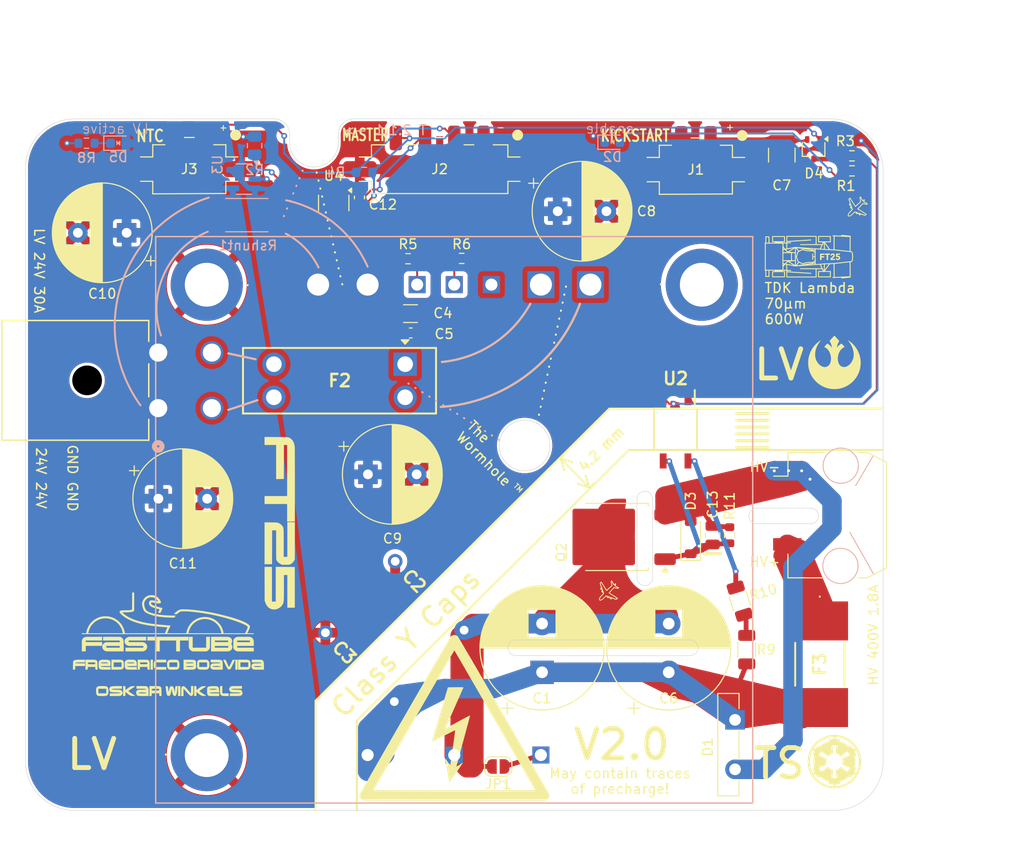
<source format=kicad_pcb>
(kicad_pcb
	(version 20241229)
	(generator "pcbnew")
	(generator_version "9.0")
	(general
		(thickness 1.67)
		(legacy_teardrops no)
	)
	(paper "A4")
	(layers
		(0 "F.Cu" mixed)
		(2 "B.Cu" mixed)
		(9 "F.Adhes" user "F.Adhesive")
		(11 "B.Adhes" user "B.Adhesive")
		(13 "F.Paste" user)
		(15 "B.Paste" user)
		(5 "F.SilkS" user "F.Silkscreen")
		(7 "B.SilkS" user "B.Silkscreen")
		(1 "F.Mask" user)
		(3 "B.Mask" user)
		(17 "Dwgs.User" user "User.Drawings")
		(19 "Cmts.User" user "User.Comments")
		(21 "Eco1.User" user "User.Eco1")
		(23 "Eco2.User" user "User.Eco2")
		(25 "Edge.Cuts" user)
		(27 "Margin" user)
		(31 "F.CrtYd" user "F.Courtyard")
		(29 "B.CrtYd" user "B.Courtyard")
		(35 "F.Fab" user)
		(33 "B.Fab" user)
		(39 "User.1" user)
		(41 "User.2" user)
		(43 "User.3" user)
		(45 "User.4" user)
		(47 "User.5" user)
		(49 "User.6" user)
		(51 "User.7" user)
		(53 "User.8" user)
		(55 "User.9" user)
	)
	(setup
		(stackup
			(layer "F.SilkS"
				(type "Top Silk Screen")
			)
			(layer "F.Paste"
				(type "Top Solder Paste")
			)
			(layer "F.Mask"
				(type "Top Solder Mask")
				(thickness 0.01)
			)
			(layer "F.Cu"
				(type "copper")
				(thickness 0.07)
			)
			(layer "dielectric 1"
				(type "core")
				(thickness 1.51)
				(material "FR4")
				(epsilon_r 4.5)
				(loss_tangent 0.02)
			)
			(layer "B.Cu"
				(type "copper")
				(thickness 0.07)
			)
			(layer "B.Mask"
				(type "Bottom Solder Mask")
				(thickness 0.01)
			)
			(layer "B.Paste"
				(type "Bottom Solder Paste")
			)
			(layer "B.SilkS"
				(type "Bottom Silk Screen")
			)
			(copper_finish "None")
			(dielectric_constraints no)
		)
		(pad_to_mask_clearance 0)
		(allow_soldermask_bridges_in_footprints no)
		(tenting front back)
		(pcbplotparams
			(layerselection 0x00000000_00000000_55555555_5755f5ff)
			(plot_on_all_layers_selection 0x00000000_00000000_00000000_00000000)
			(disableapertmacros no)
			(usegerberextensions no)
			(usegerberattributes yes)
			(usegerberadvancedattributes yes)
			(creategerberjobfile no)
			(dashed_line_dash_ratio 12.000000)
			(dashed_line_gap_ratio 3.000000)
			(svgprecision 4)
			(plotframeref no)
			(mode 1)
			(useauxorigin yes)
			(hpglpennumber 1)
			(hpglpenspeed 20)
			(hpglpendiameter 15.000000)
			(pdf_front_fp_property_popups yes)
			(pdf_back_fp_property_popups yes)
			(pdf_metadata yes)
			(pdf_single_document no)
			(dxfpolygonmode yes)
			(dxfimperialunits yes)
			(dxfusepcbnewfont yes)
			(psnegative no)
			(psa4output no)
			(plot_black_and_white yes)
			(plotinvisibletext no)
			(sketchpadsonfab no)
			(plotpadnumbers no)
			(hidednponfab no)
			(sketchdnponfab yes)
			(crossoutdnponfab yes)
			(subtractmaskfromsilk yes)
			(outputformat 1)
			(mirror no)
			(drillshape 0)
			(scaleselection 1)
			(outputdirectory "gerber/")
		)
	)
	(net 0 "")
	(net 1 "/-VIN")
	(net 2 "GND")
	(net 3 "Net-(D4-Pad3)")
	(net 4 "/+VIN")
	(net 5 "+3V3")
	(net 6 "/LV+")
	(net 7 "/3V_buttoncell")
	(net 8 "/TEMP_TSDCDC")
	(net 9 "/HV-in")
	(net 10 "/LV_I_measure")
	(net 11 "/I_meas_weak")
	(net 12 "Net-(U1-+S)")
	(net 13 "Net-(D2-A)")
	(net 14 "Net-(D5-K)")
	(net 15 "/Vout+")
	(net 16 "Net-(R3-Pad2)")
	(net 17 "Net-(U1-TRM)")
	(net 18 "/HV+in")
	(net 19 "/Enable_G")
	(net 20 "/Enable_Opto")
	(net 21 "Net-(JP1-A)")
	(net 22 "Net-(R10-Pad1)")
	(net 23 "/Vout-")
	(footprint "Capacitor_SMD:C_1210_3225Metric" (layer "F.Cu") (at 177.6 64.721001 -90))
	(footprint "Resistor_SMD:R_0603_1608Metric" (layer "F.Cu") (at 184.8 64.8))
	(footprint "footprints:airplane" (layer "F.Cu") (at 159.72 109.58 135))
	(footprint "Capacitor_SMD:C_0805_2012Metric" (layer "F.Cu") (at 170.5 103.75 90))
	(footprint "footprints:VY1471M29Y5UC63V0" (layer "F.Cu") (at 130.766058 113.762876 -45))
	(footprint "footprints:rebellion" (layer "F.Cu") (at 183 86))
	(footprint "FaSTTUBe_connectors:Micro_Mate-N-Lok_2p_vertical" (layer "F.Cu") (at 168.783 66.21))
	(footprint "Capacitor_THT:CP_Radial_D12.5mm_P5.00mm" (layer "F.Cu") (at 153 117.823959 90))
	(footprint "Capacitor_THT:CP_Radial_D10.0mm_P5.00mm" (layer "F.Cu") (at 110.367678 72.7 180))
	(footprint "footprints:9775031360R" (layer "F.Cu") (at 118.59 78.03 180))
	(footprint "Package_TO_SOT_SMD:TO-252-2" (layer "F.Cu") (at 160.585 103.9275 180))
	(footprint "LOGO"
		(layer "F.Cu")
		(uuid "36ea3436-548e-4414-bac1-a7348850c228")
		(at 180.33 75.14)
		(property "Reference" "G***"
			(at 0 0 0)
			(layer "F.SilkS")
			(hide yes)
			(uuid "f973503b-fa37-47d9-b20f-d30676bb0e6c")
			(effects
				(font
					(size 1.5 1.5)
					(thickness 0.3)
				)
			)
		)
		(property "Value" "LOGO"
			(at 0.75 0 0)
			(layer "F.SilkS")
			(hide yes)
			(uuid "6387be7f-2b16-465c-8f89-140f5aa812b4")
			(effects
				(font
					(size 1.5 1.5)
					(thickness 0.3)
				)
			)
		)
		(property "Datasheet" ""
			(at 0 0 0)
			(layer "F.Fab")
			(hide yes)
			(uuid "41393a24-4ba8-4af2-84c5-5556a5cd9241")
			(effects
				(font
					(size 1.27 1.27)
					(thickness 0.15)
				)
			)
		)
		(property "Description" ""
			(at 0 0 0)
			(layer "F.Fab")
			(hide yes)
			(uuid "47d9374d-4d87-4be0-875b-3451ee135b5f")
			(effects
				(font
					(size 1.27 1.27)
					(thickness 0.15)
				)
			)
		)
		(attr board_only exclude_from_pos_files exclude_from_bom)
		(fp_poly
			(pts
				(xy 2.210106 -0.240934) (xy 2.210106 -0.176067) (xy 2.115122 -0.176067) (xy 2.020138 -0.176067)
				(xy 2.020138 0.088034) (xy 2.020138 0.352134) (xy 1.948322 0.352134) (xy 1.876505 0.352134) (xy 1.876505 0.088034)
				(xy 1.876505 -0.176067) (xy 1.781521 -0.176067) (xy 1.686538 -0.176067) (xy 1.686538 -0.240935)
				(xy 1.686537 -0.305801) (xy 1.948322 -0.305801) (xy 2.210106 -0.305801)
			)
			(stroke
				(width 0)
				(type solid)
			)
			(fill yes)
			(layer "F.SilkS")
			(uuid "7df8e5e8-4ee8-444f-be4a-2fc6df64b466")
		)
		(fp_poly
			(pts
				(xy 1.644837 -0.238617) (xy 1.644837 -0.171435) (xy 1.49657 -0.171434) (xy 1.348303 -0.171434) (xy 1.348303 -0.10425)
				(xy 1.348303 -0.037067) (xy 1.484987 -0.037067) (xy 1.621671 -0.037067) (xy 1.621671 0.030116) (xy 1.621671 0.0973)
				(xy 1.484987 0.0973) (xy 1.348303 0.0973) (xy 1.348303 0.224717) (xy 1.348303 0.352134) (xy 1.27417 0.352134)
				(xy 1.200036 0.352134) (xy 1.200036 0.023167) (xy 1.200037 -0.305801) (xy 1.422437 -0.305801) (xy 1.644836 -0.305801)
			)
			(stroke
				(width 0)
				(type solid)
			)
			(fill yes)
			(layer "F.SilkS")
			(uuid "79488fa3-17fb-4e16-b5f3-2b64540a352f")
		)
		(fp_poly
			(pts
				(xy 2.532179 -0.312678) (xy 2.576155 -0.304473) (xy 2.614922 -0.2894) (xy 2.648 -0.267744) (xy 2.67491 -0.239793)
				(xy 2.695172 -0.205832) (xy 2.704208 -0.181813) (xy 2.708716 -0.159076) (xy 2.7108 -0.130942) (xy 2.71048 -0.100955)
				(xy 2.707773 -0.072656) (xy 2.703574 -0.052464) (xy 2.698715 -0.037255) (xy 2.692926 -0.02316) (xy 2.685517 -0.009402)
				(xy 2.675798 0.004797) (xy 2.663078 0.020215) (xy 2.646666 0.037632) (xy 2.625872 0.057823) (xy 2.600005 0.081568)
				(xy 2.568374 0.109644) (xy 2.53029 0.142829) (xy 2.529931 0.14314) (xy 2.430439 0.229351) (xy 2.575106 0.230575)
				(xy 2.719774 0.231799) (xy 2.719774 0.291967) (xy 2.719774 0.352134) (xy 2.490308 0.352134) (xy 2.260843 0.352134)
				(xy 2.262116 0.277056) (xy 2.263389 0.201979) (xy 2.356056 0.119177) (xy 2.402943 0.077122) (xy 2.443117 0.04073)
				(xy 2.476929 0.009665) (xy 2.504727 -0.016408) (xy 2.526863 -0.037827) (xy 2.543685 -0.054929) (xy 2.555544 -0.06805)
				(xy 2.562789 -0.077524) (xy 2.565176 -0.081851) (xy 2.5716 -0.10729) (xy 2.569746 -0.130812) (xy 2.56056 -0.15134)
				(xy 2.544994 -0.167801) (xy 2.523994 -0.179121) (xy 2.49851 -0.184225) (xy 2.475724 -0.18314) (xy 2.452963 -0.175273)
				(xy 2.433454 -0.159912) (xy 2.418912 -0.1387) (xy 2.413064 -0.123046) (xy 2.407173 -0.101018) (xy 2.367714 -0.103927)
				(xy 2.344598 -0.10571) (xy 2.320508 -0.107692) (xy 2.30031 -0.109471) (xy 2.298702 -0.109622) (xy 2.269145 -0.112408)
				(xy 2.272093 -0.14061) (xy 2.280459 -0.177948) (xy 2.296913 -0.213524) (xy 2.320278 -0.245457) (xy 2.349375 -0.271863)
				(xy 2.357833 -0.277654) (xy 2.388158 -0.29404) (xy 2.420755 -0.305158) (xy 2.458064 -0.31171) (xy 2.483473 -0.313727)
			)
			(stroke
				(width 0)
				(type solid)
			)
			(fill yes)
			(layer "F.SilkS")
			(uuid "c06ae400-d6b0-4739-b2a0-6d35249e5efc")
		)
		(fp_poly
			(pts
				(xy 3.243342 -0.245567) (xy 3.243342 -0.185334) (xy 3.111291 -0.185334) (xy 2.979241 -0.185333)
				(xy 2.979241 -0.135525) (xy 2.979241 -0.085718) (xy 3.035999 -0.085703) (xy 3.075658 -0.084189)
				(xy 3.108746 -0.079239) (xy 3.137528 -0.070212) (xy 3.16427 -0.05647) (xy 3.181956 -0.044466) (xy 3.203555 -0.026318)
				(xy 3.221029 -0.006004) (xy 3.236416 0.019128) (xy 3.246178 0.039116) (xy 3.254238 0.063529) (xy 3.259574 0.09369)
				(xy 3.261941 0.126422) (xy 3.261098 0.158544) (xy 3.257324 0.184609) (xy 3.244399 0.223685) (xy 3.224208 0.260227)
				(xy 3.198098 0.292412) (xy 3.167418 0.318418) (xy 3.150847 0.328502) (xy 3.111135 0.345164) (xy 3.066727 0.356095)
				(xy 3.020478 0.360938) (xy 2.975243 0.359334) (xy 2.945754 0.354196) (xy 2.903627 0.339619) (xy 2.867264 0.317857)
				(xy 2.836999 0.289211) (xy 2.813163 0.253981) (xy 2.79881 0.220868) (xy 2.79432 0.207035) (xy 2.791744 0.197519)
				(xy 2.791552 0.194601) (xy 2.796444 0.193609) (xy 2.808775 0.190877) (xy 2.826961 0.186759) (xy 2.849416 0.181613)
				(xy 2.863407 0.178384) (xy 2.887539 0.172819) (xy 2.908262 0.168078) (xy 2.924002 0.164518) (xy 2.933186 0.162495)
				(xy 2.934883 0.162167) (xy 2.937199 0.166065) (xy 2.941475 0.175947) (xy 2.943919 0.182163) (xy 2.957618 0.206359)
				(xy 2.976856 0.224378) (xy 2.999977 0.235881) (xy 3.025322 0.240528) (xy 3.051235 0.23798) (xy 3.076057 0.227898)
				(xy 3.095075 0.213134) (xy 3.111612 0.190456) (xy 3.120769 0.164235) (xy 3.12262 0.136431) (xy 3.117245 0.108995)
				(xy 3.10472 0.083886) (xy 3.089275 0.066498) (xy 3.070671 0.05315) (xy 3.049056 0.043822) (xy 3.022749 0.038071)
				(xy 2.990066 0.035457) (xy 2.969974 0.03519) (xy 2.940708 0.035905) (xy 2.915232 0.038169) (xy 2.889963 0.042519)
				(xy 2.861313 0.04949) (xy 2.845988 0.053732) (xy 2.835519 0.056704) (xy 2.838042 -0.086323) (xy 2.838768 -0.123978)
				(xy 2.83959 -0.160526) (xy 2.840463 -0.194417) (xy 2.841344 -0.224098) (xy 2.842188 -0.248021) (xy 2.842954 -0.264633)
				(xy 2.843135 -0.267576) (xy 2.845706 -0.305801) (xy 3.044525 -0.305801) (xy 3.243342 -0.305801)
			)
			(stroke
				(width 0)
				(type solid)
			)
			(fill yes)
			(layer "F.SilkS")
			(uuid "5a963cb9-9510-4127-9f96-127e7c222fca")
		)
		(fp_poly
			(pts
				(xy 3.38727 -2.232811) (xy 3.40086 -2.231479) (xy 3.422092 -2.229358) (xy 3.450178 -2.22653) (xy 3.484329 -2.223073)
				(xy 3.523759 -2.219069) (xy 3.567678 -2.214599) (xy 3.615297 -2.209743) (xy 3.66583 -2.204582) (xy 3.718489 -2.199197)
				(xy 3.772484 -2.193667) (xy 3.827029 -2.188075) (xy 3.881335 -2.182501) (xy 3.934614 -2.177024)
				(xy 3.986077 -2.171727) (xy 4.034939 -2.166689) (xy 4.080407 -2.161992) (xy 4.121698 -2.157716)
				(xy 4.158021 -2.153941) (xy 4.188587 -2.150748) (xy 4.200017 -2.149547) (xy 4.234253 -2.145885)
				(xy 4.265408 -2.142435) (xy 4.292316 -2.139335) (xy 4.31381 -2.136726) (xy 4.328722 -2.134745) (xy 4.335885 -2.133532)
				(xy 4.336334 -2.133359) (xy 4.336533 -2.128574) (xy 4.336655 -2.115023) (xy 4.336705 -2.093209)
				(xy 4.336684 -2.063633) (xy 4.336595 -2.026795) (xy 4.33644 -1.983198) (xy 4.336223 -1.933343) (xy 4.335944 -1.877731)
				(xy 4.335608 -1.816864) (xy 4.335216 -1.751243) (xy 4.33477 -1.681369) (xy 4.334273 -1.607743) (xy 4.333728 -1.530869)
				(xy 4.333136 -1.451244) (xy 4.332871 -1.416624) (xy 4.332241 -1.334602) (xy 4.331634 -1.254271)
				(xy 4.33105 -1.176204) (xy 4.330496 -1.10097) (xy 4.329976 -1.029142) (xy 4.329492 -0.961291) (xy 4.329052 -0.897987)
				(xy 4.328655 -0.839801) (xy 4.328308 -0.787305) (xy 4.328013 -0.741071) (xy 4.327776 -0.701668)
				(xy 4.327599 -0.669669) (xy 4.327487 -0.645643) (xy 4.327444 -0.630164) (xy 4.327444 -0.627586)
				(xy 4.327545 -0.55322) (xy 4.37377 -0.54809) (xy 4.419996 -0.542959) (xy 4.484971 -0.483626) (xy 4.505281 -0.464833)
				(xy 4.522986 -0.44798) (xy 4.537024 -0.434118) (xy 4.546333 -0.424295) (xy 4.54985 -0.419562) (xy 4.549855 -0.419489)
				(xy 4.550293 -0.414027) (xy 4.551582 -0.400285) (xy 4.55363 -0.379199) (xy 4.556344 -0.351708) (xy 4.55963 -0.31875)
				(xy 4.563396 -0.281261) (xy 4.567548 -0.240179) (xy 4.571355 -0.202709) (xy 4.592945 0.009267) (xy 4.571355 0.221242)
				(xy 4.566945 0.264663) (xy 4.562841 0.305296) (xy 4.559137 0.342206) (xy 4.555926 0.374453) (xy 4.553301 0.401102)
				(xy 4.551353 0.421213) (xy 4.550178 0.433849) (xy 4.549855 0.438022) (xy 4.546612 0.442512) (xy 4.537531 0.452137)
				(xy 4.523674 0.465847) (xy 4.506105 0.482593) (xy 4.485885 0.501324) (xy 4.484971 0.50216) (xy 4.419997 0.561493)
				(xy 4.373769 0.566623) (xy 4.327545 0.571753) (xy 4.327444 0.646119) (xy 4.327469 0.65926) (xy 4.327563 0.681097)
				(xy 4.327723 0.711058) (xy 4.327945 0.748571) (xy 4.328225 0.793067) (xy 4.328559 0.843974) (xy 4.328943 0.90072)
				(xy 4.329373 0.962734) (xy 4.329846 1.029446) (xy 4.330356 1.100286) (xy 4.330901 1.17468) (xy 4.331477 1.252059)
				(xy 4.332079 1.33185) (xy 4.332704 1.413485) (xy 4.332871 1.435157) (xy 4.333481 1.5158) (xy 4.334047 1.593906)
				(xy 4.334564 1.668978) (xy 4.335032 1.740512) (xy 4.335447 1.808006) (xy 4.335808 1.870958) (xy 4.336111 1.928869)
				(xy 4.336355 1.981237) (xy 4.336537 2.02756) (xy 4.336653 2.067337) (xy 4.336704 2.100067) (xy 4.336685 2.125248)
				(xy 4.336594 2.142379) (xy 4.336429 2.150958) (xy 4.336335 2.151893) (xy 4.331377 2.152884) (xy 4.318367 2.15468)
				(xy 4.298472 2.157138) (xy 4.272859 2.160123) (xy 4.242694 2.163495) (xy 4.209148 2.167117) (xy 4.200017 2.168082)
				(xy 4.172233 2.170992) (xy 4.138346 2.174521) (xy 4.099146 2.178586) (xy 4.055419 2.183108) (xy 4.007954 2.188005)
				(xy 3.957539 2.193199) (xy 3.904962 2.198607) (xy 3.851011 2.204148) (xy 3.796475 2.209742) (xy 3.742141 2.215309)
				(xy 3.688796 2.220768) (xy 3.63723 2.226037) (xy 3.588231 2.231037) (xy 3.542586 2.235687) (xy 3.501083 2.239906)
				(xy 3.464512 2.243614) (xy 3.433658 2.246729) (xy 3.409312 2.249172) (xy 3.39226 2.250859) (xy 3.383291 2.251715)
				(xy 3.382109 2.251806) (xy 3.380255 2.247528) (xy 3.378178 2.23608) (xy 3.376217 2.219545) (xy 3.37545 2.210835)
				(xy 3.3736 2.191763) (xy 3.371439 2.175942) (xy 3.369333 2.165869) (xy 3.368582 2.163999) (xy 3.368194 2.163123)
				(xy 3.367841 2.162336) (xy 3.367055 2.161657) (xy 3.365358 2.161104) (xy 3.362276 2.160697) (xy 3.357337 2.160453)
				(xy 3.350069 2.160392) (xy 3.339994 2.160532) (xy 3.32664 2.16089) (xy 3.309536 2.161487) (xy 3.288204 2.162341)
				(xy 3.26217 2.16347) (xy 3.230964 2.164892) (xy 3.19411 2.166627) (xy 3.151135 2.168692) (xy 3.101565 2.171107)
				(xy 3.044926 2.17389) (xy 2.980744 2.177059) (xy 2.908545 2.180634) (xy 2.827857 2.184632) (xy 2.773776 2.187311)
				(xy 2.723126 2.189773) (xy 2.675244 2.19201) (xy 2.630927 2.19399) (xy 2.590972 2.195683) (xy 2.556177 2.197057)
				(xy 2.52734 2.198081) (xy 2.505257 2.198724) (xy 2.490727 2.198954) (xy 2.484548 2.198738) (xy 2.484397 2.198675)
				(xy 2.482972 2.193086) (xy 2.4815 2.180449) (xy 2.480208 2.162975) (xy 2.479683 2.152716) (xy 2.477796 2.109587)
				(xy 2.502643 2.106603) (xy 2.520245 2.105084) (xy 2.542271 2.103995) (xy 2.563398 2.103579) (xy 2.599307 2.103539)
				(xy 2.599205 2.03983) (xy 2.599136 2.026958) (xy 2.59896 2.005475) (xy 2.598682 1.976034) (xy 2.598313 1.939289)
				(xy 2.597857 1.895895) (xy 2.597323 1.846507) (xy 2.596718 1.791777) (xy 2.596049 1.732363) (xy 2.595323 1.668916)
				(xy 2.594547 1.602089) (xy 2.593729 1.53254) (xy 2.592876 1.460921) (xy 2.592357 1.417804) (xy 2.591488 1.345622)
				(xy 2.590651 1.275356) (xy 2.589851 1.207638) (xy 2.589097 1.143098) (xy 2.588395 1.08237) (xy 2.587752 1.026085)
				(xy 2.587175 0.974875) (xy 2.586672 0.929372) (xy 2.58625 0.890208) (xy 2.585916 0.858015) (xy 2.585677 0.833425)
				(xy 2.585539 0.817069) (xy 2.585508 0.811266) (xy 2.585407 0.763045) (xy 2.477681 0.76615) (xy 2.420738 0.767807)
				(xy 2.372367 0.769264) (xy 2.331872 0.770562) (xy 2.298559 0.771745) (xy 2.271738 0.772854) (xy 2.250712 0.773931)
				(xy 2.234789 0.775018) (xy 2.223275 0.776158) (xy 2.215478 0.777392) (xy 2.210703 0.778764) (xy 2.208257 0.780313)
				(xy 2.207447 0.782084) (xy 2.207419 0.782564) (xy 2.204733 0.787317) (xy 2.196946 0.798996) (xy 2.184444 0.817061)
				(xy 2.167617 0.84097) (xy 2.146849 0.870183) (xy 2.122527 0.90416) (xy 2.09504 0.94236) (xy 2.064773 0.984242)
				(xy 2.032115 1.029266) (xy 1.99745 1.07689) (xy 1.961168 1.126575) (xy 1.960005 1.128165) (xy 1.923623 1.177986)
				(xy 1.888809 1.225823) (xy 1.855956 1.271128) (xy 1.825453 1.313354) (xy 1.797694 1.351955) (xy 1.773068 1.386383)
				(xy 1.751966 1.416092) (xy 1.734781 1.440534) (xy 1.721903 1.459162) (xy 1.713724 1.47143) (xy 1.710635 1.47679)
				(xy 1.710627 1.476824) (xy 1.708624 1.487304) (xy 2.003382 1.487304) (xy 2.298139 1.487304) (xy 2.298144 1.583446)
				(xy 2.298213 1.608384) (xy 2.298406 1.641116) (xy 2.29871 1.680174) (xy 2.299111 1.724089) (xy 2.299595 1.771389)
				(xy 2.300147 1.820606) (xy 2.300755 1.870268) (xy 2.301218 1.905463) (xy 2.304286 2.131339) (xy 1.647305 2.131339)
				(xy 0.990323 2.131339) (xy 0.993195 2.113964) (xy 0.993689 2.106417) (xy 0.994158 2.090423) (xy 0.994594 2.066805)
				(xy 0.99496 2.038672) (xy 1.08875 2.038672) (xy 1.647111 2.038672) (xy 2.205472 2.038672) (xy 2.205472 1.809321)
				(xy 2.205472 1.579971) (xy 1.656421 1.579199) (xy 1.585739 1.579096) (xy 1.517565 1.578991) (xy 1.452484 1.578885)
				(xy 1.391074 1.578779) (xy 1.333918 1.578675) (xy 1.281595 1.578571) (xy 1.234689 1.578472) (xy 1.193778 1.578378)
				(xy 1.159447 1.57829) (xy 1.132272 1.578209) (xy 1.112838 1.578137) (xy 1.101725 1.578074) (xy 1.099261 1.57804)
				(xy 1.097423 1.578408) (xy 1.095875 1.580202) (xy 1.094589 1.584173) (xy 1.093535 1.591074) (xy 1.092682 1.601656)
				(xy 1.091999 1.61667) (xy 1.091456 1.636869) (xy 1.091023 1.663004) (xy 1.090669 1.695827) (xy 1.090364 1.736087)
				(xy 1.090077 1.784539) (xy 1.089951 1.808163) (xy 1.08875 2.038672) (xy 0.99496 2.038672) (xy 0.99499 2.036382)
				(xy 0.995338 1.999975) (xy 0.995631 1.958404) (xy 0.995862 1.912492) (xy 0.996024 1.863057) (xy 0.996108 1.810921)
				(xy 0.996118 1.78963) (xy 0.996169 1.482671) (xy 1.242123 1.482671) (xy 1.291787 1.482595) (xy 1.337431 1.482378)
				(xy 1.378334 1.48203) (xy 1.413769 1.481564) (xy 1.443013 1.480992) (xy 1.465339 1.480327) (xy 1.480024 1.47958)
				(xy 1.486341 1.478764) (xy 1.486531 1.478558) (xy 1.484152 1.47334) (xy 1.478357 1.461039) (xy 1.469747 1.442919)
				(xy 1.458926 1.420247) (xy 1.446495 1.394288) (xy 1.441011 1.382862) (xy 1.397037 1.291279) (xy 1.283478 1.294298)
				(xy 1.249685 1.295057) (xy 1.208904 1.295746) (xy 1.163413 1.296342) (xy 1.11549 1.296818) (xy 1.067413 1.297151)
				(xy 1.021462 1.297314) (xy 1.006594 1.297327) (xy 0.843269 1.297337) (xy 0.843269 1.721288) (xy 0.843269 2.145239)
				(xy -0.708148 2.145239) (xy -2.259563 2.145239) (xy -2.262634 1.935978) (xy -2.263315 1.886185)
				(xy -2.263944 1.833688) (xy -2.264503 1.780411) (xy -2.264976 1.728276) (xy -2.265345 1.679207)
				(xy -2.265592 1.635127) (xy -2.265702 1.59796) (xy -2.265706 1.590794) (xy -2.265739 1.55167) (xy -2.265876 1.520834)
				(xy -2.266173 1.497306) (xy -2.266692 1.480108) (xy -2.26749 1.46826) (xy -2.268626 1.460783) (xy -2.270157 1.456697)
				(xy -2.272141 1.455025) (xy -2.273814 1.454766) (xy -2.280294 1.454537) (xy -2.294854 1.453935)
				(xy -2.316319 1.453013) (xy -2.343512 1.451821) (xy -2.37526 1.450411) (xy -2.410382 1.448834) (xy -2.43019 1.447939)
				(xy -2.468142 1.446262) (xy -2.504686 1.44473) (xy -2.538371 1.443397) (xy -2.567745 1.442318) (xy -2.591357 1.441547)
				(xy -2.607758 1.441142) (xy -2.612049 1.441093) (xy -2.64564 1.44097) (xy -2.64564 1.468771) (xy -2.645639 1.496571)
				(xy -2.525331 1.496571) (xy -2.405021 1.496571) (xy -2.403705 1.805846) (xy -2.403515 1.858546)
				(xy -2.403401 1.908502) (xy -2.40336 1.954946) (xy -2.40339 1.997109) (xy -2.403489 2.034222) (xy -2.403653 2.065515)
				(xy -2.403881 2.090221) (xy -2.404171 2.107569) (xy -2.404518 2.116791) (xy -2.404706 2.118106)
				(xy -2.409529 2.11848) (xy -2.423095 2.118886) (xy -2.44488 2.119321) (xy -2.474362 2.119778) (xy -2.511016 2.120253)
				(xy -2.554319 2.12074) (xy -2.603749 2.121235) (xy -2.658781 2.121732) (xy -2.718891 2.122227) (xy -2.783558 2.122715)
				(xy -2.852257 2.12319) (xy -2.924462 2.123648) (xy -2.999654 2.124083) (xy -3.0638 2.124423) (xy -3.720577 2.127757)
				(xy -3.720577 1.81448) (xy -3.720577 1.593871) (xy -3.62791 1.593871) (xy -3.62791 1.814711) (xy -3.62791 2.03555)
				(xy -3.411698 2.032478) (xy -3.369215 2.031948) (xy -3.31891 2.031448) (xy -3.262228 2.030984) (xy -3.200615 2.030565)
				(xy -3.135516 2.030198) (xy -3.068375 2.029891) (xy -3.000637 2.029653) (xy -2.933749 2.02949) (xy -2.869154 2.029412)
				(xy -2.846385 2.029405) (xy -2.497283 2.029405) (xy -2.498486 1.81048) (xy -2.49969 1.591554) (xy -2.537915 1.591676)
				(xy -2.547579 1.591701) (xy -2.565869 1.591743) (xy -2.592146 1.591801) (xy -2.62577 1.591872) (xy -2.666099 1.591957)
				(xy -2.712496 1.592053) (xy -2.764319 1.592159) (xy -2.820929 1.592274) (xy -2.881685 1.592396)
				(xy -2.945948 1.592525) (xy -3.013077 1.592659) (xy -3.082432 1.592796) (xy -3.102025 1.592834)
				(xy -3.62791 1.593871) (xy -3.720577 1.593871) (xy -3.720577 1.501204) (xy -3.654551 1.501183) (xy -3.624666 1.500936)
				(xy -3.592334 1.500279) (xy -3.561481 1.499312) (xy -3.536401 1.498158) (xy -3.484276 1.495155)
				(xy -3.484276 1.468063) (xy -3.484276 1.44097) (xy -3.740716 1.44097) (xy -3.997156 1.44097) (xy -4.000524 1.764101)
				(xy -4.001097 1.817922) (xy -4.001663 1.868962) (xy -4.002214 1.916476) (xy -4.002738 1.959718)
				(xy -4.003227 1.997942) (xy -4.00367 2.030405) (xy -4.004058 2.056359) (xy -4.004382 2.07506) (xy -4.004631 2.085762)
				(xy -4.004755 2.088096) (xy -4.009616 2.088576) (xy -4.02259 2.089168) (xy -4.042528 2.089847) (xy -4.068278 2.090589)
				(xy -4.098689 2.091373) (xy -4.132609 2.092176) (xy -4.168888 2.092974) (xy -4.206373 2.093745)
				(xy -4.243913 2.094466) (xy -4.28036 2.095114) (xy -4.314559 2.095667) (xy -4.34536 2.096101) (xy -4.371612 2.096393)
				(xy -4.392163 2.096521) (xy -4.405862 2.096463) (xy -4.411559 2.096194) (xy -4.41163 2.096166) (xy -4.412287 2.091243)
				(xy -4.412909 2.077802) (xy -4.413489 2.056593) (xy -4.414016 2.028365) (xy -4.414482 1.993867)
				(xy -4.414878 1.953848) (xy -4.415193 1.909058) (xy -4.415422 1.860246) (xy -4.415551 1.808161)
				(xy -4.415578 1.769665) (xy -4.415578 1.445919) (xy -4.322912 1.44592) (xy -4.322911 1.632667) (xy -4.32283 1.677998)
				(xy -4.322597 1.724363) (xy -4.322233 1.770035) (xy -4.321755 1.813286) (xy -4.321184 1.852391)
				(xy -4.320538 1.885623) (xy -4.319861 1.910511) (xy -4.31681 2.001605) (xy -4.27237 2.001588) (xy -4.250095 2.001348)
				(xy -4.222113 2.000707) (xy -4.191967 1.999762) (xy -4.163205 1.99861) (xy -4.162654 1.998585) (xy -4.09738 1.995599)
				(xy -4.094329 1.722449) (xy -4.093807 1.672987) (xy -4.093375 1.626306) (xy -4.093037 1.583227)
				(xy -4.092796 1.544568) (xy -4.092653 1.51115) (xy -4.092615 1.483793) (xy -4.092685 1.463316) (xy -4.092866 1.450539)
				(xy -4.09313 1.446294) (xy -4.09808 1.445515) (xy -4.111021 1.444917) (xy -4.130668 1.444519) (xy -4.155749 1.444338)
				(xy -4.184984 1.444394) (xy -4.208947 1.444604) (xy -4.322912 1.44592) (xy -4.415578 1.445919) (xy -4.415578 1.445604)
				(xy -4.44609 1.445604) (xy -4.476601 1.445603) (xy -4.472918 1.340195) (xy -4.472551 1.32484) (xy -4.472203 1.300703)
				(xy -4.471875 1.268271) (xy -4.471567 1.22803) (xy -4.471279 1.180464) (xy -4.47101 1.126058) (xy -4.470761 1.065302)
				(xy -4.470532 0.998677) (xy -4.470323 0.92667) (xy -4.470132 0.849767) (xy -4.469964 0.768454) (xy -4.469814 0.683216)
				(xy -4.469683 0.594538) (xy -4.469572 0.502907) (xy -4.469482 0.408808) (xy -4.469412 0.312726)
				(xy -4.469361 0.215146) (xy -4.469329 0.116557) (xy -4.469318 0.017441) (xy -4.469319 0.009267)
				(xy -4.376195 0.009267) (xy -4.376195 1.348304) (xy -3.921735 1.348303) (xy -3.84542 1.348265) (xy -3.763054 1.348156)
				(xy -3.676284 1.347978) (xy -3.586755 1.34774) (xy -3.496112 1.347448) (xy -3.4755 1.34737) (xy -2.566874 1.347369)
				(xy -2.510115 1.350271) (xy -2.485398 1.351507) (xy -2.454562 1.353009) (xy -2.420743 1.354622)
				(xy -2.387079 1.356201) (xy -2.369956 1.35699) (xy -2.342439 1.358262) (xy -2.317591 1.359435) (xy -2.297116 1.360426)
				(xy -2.28272 1.361153) (xy -2.27648 1.361507) (xy -2.266404 1.362204) (xy -2.268995 1.099261) (xy -2.269489 1.050816)
				(xy -2.269988 1.005216) (xy -2.270479 0.963292) (xy -2.270952 0.925869) (xy -2.271395 0.893779)
				(xy -2.271407 0.893007) (xy -2.176597 0.893007) (xy -2.176496 0.920555) (xy -2.176287 0.953996)
				(xy -2.175973 0.992488) (xy -2.175561 1.035186) (xy -2.175055 1.081248) (xy -2.174701 1.110891)
				(xy -2.17154 1.365972) (xy -2.129432 1.368977) (xy -2.067771 1.373609) (xy -2.010185 1.378392) (xy -1.957281 1.383255)
				(xy -1.909674 1.388125) (xy -1.867971 1.39293) (xy -1.832783 1.397595) (xy -1.80472 1.40205) (xy -1.784393 1.406223)
				(xy -1.772412 1.410037) (xy -1.769774 1.411753) (xy -1.769529 1.417538) (xy -1.771735 1.42998) (xy -1.775956 1.446925)
				(xy -1.778921 1.457187) (xy -1.785239 1.477077) (xy -1.790133 1.489488) (xy -1.794401 1.495928)
				(xy -1.798845 1.497914) (xy -1.800426 1.497857) (xy -1.808153 1.49683) (xy -1.823059 1.494741) (xy -1.843149 1.491874)
				(xy -1.866434 1.488511) (xy -1.871871 1.48772) (xy -1.897523 1.484335) (xy -1.929466 1.480654) (xy -1.964746 1.476986)
				(xy -2.000406 1.473642) (xy -2.027089 1.471419) (xy -2.057452 1.46905) (xy -2.086497 1.466764) (xy -2.112259 1.464717)
				(xy -2.132778 1.463064) (xy -2.146087 1.461962) (xy -2.146397 1.461935) (xy -2.173039 1.459646)
				(xy -2.173039 1.489692) (xy -2.172691 1.506113) (xy -2.171285 1.515262) (xy -2.168279 1.519122)
				(xy -2.164797 1.519737) (xy -2.158723 1.520031) (xy -2.144281 1.520874) (xy -2.12235 1.522213) (xy -2.093809 1.52399)
				(xy -2.059538 1.526152) (xy -2.020415 1.528643) (xy -1.977319 1.531407) (xy -1.93113 1.534389) (xy -1.906488 1.535988)
				(xy -1.854929 1.539338) (xy -1.80268 1.542728) (xy -1.751135 1.546071) (xy -1.701688 1.549275) (xy -1.655732 1.55225)
				(xy -1.614661 1.554907) (xy -1.579869 1.557154) (xy -1.552749 1.558901) (xy -1.549854 1.559087)
				(xy -1.519396 1.561047) (xy -1.481663 1.56348) (xy -1.438624 1.566258) (xy -1.392251 1.569254) (xy -1.344516 1.57234)
				(xy -1.297389 1.575391) (xy -1.264903 1.577495) (xy -1.217015 1.580596) (xy -1.16498 1.583963) (xy -1.111213 1.587439)
				(xy -1.058137 1.590868) (xy -1.008165 1.594093) (xy -0.963719 1.596959) (xy -0.942887 1.598301)
				(xy -0.897305 1.601236) (xy -0.845716 1.60456) (xy -0.791355 1.608063) (xy -0.737462 1.611537) (xy -0.687275 1.614773)
				(xy -0.655619 1.616816) (xy -0.610848 1.619703) (xy -0.559926 1.622982) (xy -0.505948 1.626455)
				(xy -0.452011 1.629924) (xy -0.401211 1.633186) (xy -0.363718 1.635592) (xy -0.328419 1.637861)
				(xy -0.285555 1.640625) (xy -0.236806 1.643776) (xy -0.183852 1.647202) (xy -0.128376 1.650799)
				(xy -0.072057 1.654455) (xy -0.016577 1.658062) (xy 0.031407 1.661186) (xy 0.078504 1.664246) (xy 0.122931 1.667115)
				(xy 0.163807 1.669738) (xy 0.200251 1.672059) (xy 0.231381 1.674022) (xy 0.256316 1.675572) (xy 0.274174 1.676652)
				(xy 0.284073 1.677206) (xy 0.285714 1.677271) (xy 0.289145 1.678355) (xy 0.291125 1.682707) (xy 0.291847 1.691981)
				(xy 0.291504 1.70783) (xy 0.290854 1.721421) (xy 0.289553 1.740799) (xy 0.287959 1.756543) (xy 0.286321 1.766454)
				(xy 0.285478 1.768637) (xy 0.280651 1.768608) (xy 0.266958 1.768) (xy 0.24478 1.766836) (xy 0.214499 1.765141)
				(xy 0.176497 1.762937) (xy 0.131153 1.76025) (xy 0.078851 1.757101) (xy 0.019972 1.753516) (xy -0.045106 1.749517)
				(xy -0.115998 1.745128) (xy -0.192324 1.740372) (xy -0.273703 1.735274) (xy -0.359753 1.729857)
				(xy -0.450093 1.724144) (xy -0.544342 1.718159) (xy -0.642118 1.711925) (xy -0.743041 1.705468)
				(xy -0.846728 1.698808) (xy -0.944155 1.692531) (xy -1.050013 1.6857) (xy -1.153439 1.679031) (xy -1.254052 1.67255)
				(xy -1.351472 1.666279) (xy -1.445319 1.660243) (xy -1.535212 1.654466) (xy -1.620772 1.648974)
				(xy -1.701618 1.643789) (xy -1.77737 1.638936) (xy -1.847648 1.634441) (xy -1.912071 1.630326) (xy -1.97026 1.626617)
				(xy -2.021834 1.623337) (xy -2.066412 1.620512) (xy -2.103615 1.618164) (xy -2.133063 1.61632) (xy -2.154375 1.615002)
				(xy -2.167171 1.614236) (xy -2.171095 1.614039) (xy -2.171128 1.618662) (xy -2.171074 1.631645)
				(xy -2.170943 1.652082) (xy -2.170742 1.679067) (xy -2.170476 1.711694) (xy -2.170155 1.749057)
				(xy -2.169782 1.790249) (xy -2.169374 1.833647) (xy -2.167282 2.052572) (xy -0.707684 2.052572)
				(xy 0.751913 2.052572) (xy 0.748501 1.676113) (xy 0.747965 1.617934) (xy 0.747438 1.562492) (xy 0.746927 1.510476)
				(xy 0.746439 1.462575) (xy 0.745982 1.419482) (xy 0.745565 1.381879) (xy 0.745193 1.350461) (xy 0.744876 1.325917)
				(xy 0.74462 1.308934) (xy 0.744433 1.300203) (xy 0.74437 1.299146) (xy 0.739738 1.29906) (xy 0.726314 1.298912)
				(xy 0.704572 1.298707) (xy 0.674985 1.29845) (xy 0.63803 1.298141) (xy 0.594179 1.297786) (xy 0.543907 1.297389)
				(xy 0.487688 1.296953) (xy 0.425996 1.296482) (xy 0.359306 1.295979) (xy 0.288092 1.295448) (xy 0.212828 1.294894)
				(xy 0.133988 1.294318) (xy 0.052047 1.293726) (xy -0.032522 1.293121) (xy -0.050967 1.292989) (xy -0.136082 1.292366)
				(xy -0.218697 1.291727) (xy -0.298338 1.291076) (xy -0.374525 1.29042) (xy -0.446785 1.289762) (xy -0.51464 1.289109)
				(xy -0.577615 1.288467) (xy -0.635234 1.287838) (xy -0.687017 1.287229) (xy -0.732492 1.286647)
				(xy -0.771182 1.286094) (xy -0.80261 1.285578) (xy -0.8263 1.285103) (xy -0.841774 1.284674) (xy -0.848559 1.284296)
				(xy -0.848834 1.284224) (xy -0.849966 1.278521) (xy -0.850313 1.265798) (xy -0.849853 1.248265)
				(xy -0.849272 1.23771) (xy -0.84646 1.194313) (xy -0.241371 1.198332) (xy -0.165921 1.198806) (xy -0.087571 1.199245)
				(xy -0.006827 1.199647) (xy 0.075804 1.200015) (xy 0.159817 1.200345) (xy 0.244705 1.200641) (xy 0.329962 1.2009)
				(xy 0.415083 1.201123) (xy 0.49956 1.201308) (xy 0.582888 1.201456) (xy 0.664561 1.201569) (xy 0.744073 1.201645)
				(xy 0.820918 1.20168) (xy 0.894589 1.201678) (xy 0.964581 1.20164) (xy 1.030387 1.201562) (xy 1.091501 1.201446)
				(xy 1.147417 1.20129) (xy 1.19763 1.201096) (xy 1.241632 1.200862) (xy 1.278919 1.200589) (xy 1.308983 1.200276)
				(xy 1.331319 1.199923) (xy 1.34542 1.19953) (xy 1.35078 1.199096) (xy 1.350806 1.199078) (xy 1.349214 1.19475)
				(xy 1.344123 1.183101) (xy 1.336024 1.165174) (xy 1.325408 1.142014) (xy 1.312764 1.114663) (xy 1.298583 1.084164)
				(xy 1.283355 1.051563) (xy 1.26757 1.0179) (xy 1.251718 0.984222) (xy 1.23629 0.951571) (xy 1.221776 0.920988)
				(xy 1.208665 0.893521) (xy 1.197449 0.87021) (xy 1.188618 0.852101) (xy 1.18266 0.840235) (xy 1.180095 0.835685)
				(xy 1.175226 0.835695) (xy 1.161554 0.836353) (xy 1.139522 0.83763) (xy 1.10957 0.839495) (xy 1.07214 0.84192)
				(xy 1.027672 0.844876) (xy 0.976607 0.848331) (xy 0.919386 0.852257) (xy 0.85645 0.856627) (xy 0.788239 0.861409)
				(xy 0.715194 0.866573) (xy 0.685735 0.868667) (xy 0.663095 0.870269) (xy 0.632355 0.872428) (xy 0.594658 0.875065)
				(xy 0.551149 0.8781) (xy 0.502971 0.881454) (xy 0.451269 0.885047) (xy 0.397186 0.888799) (xy 0.341867 0.89263)
				(xy 0.286456 0.896461) (xy 0.284951 0.896566) (xy 0.176937 0.90403) (xy 0.077696 0.910891) (xy -0.013246 0.917182)
				(xy -0.09636 0.922935) (xy -0.172119 0.928184) (xy -0.240997 0.932962) (xy -0.303464 0.9373) (xy -0.359995 0.941234)
				(xy -0.411061 0.944794) (xy -0.457135 0.948013) (xy -0.49869 0.950924) (xy -0.536198 0.953561) (xy -0.549051 0.954467)
				(xy -0.578891 0.956562) (xy -0.616558 0.95919) (xy -0.660642 0.962254) (xy -0.709728 0.965655) (xy -0.7624 0.969296)
				(xy -0.817245 0.973079) (xy -0.872847 0.976906) (xy -0.927792 0.980679) (xy -0.949836 0.98219) (xy -1.01286 0.986511)
				(xy -1.067275 0.990257) (xy -1.113708 0.993486) (xy -1.152795 0.996259) (xy -1.185167 0.998635)
				(xy -1.211458 1.000672) (xy -1.232301 1.002429) (xy -1.248327 1.003966) (xy -1.26017 1.005342) (xy -1.268462 1.006617)
				(xy -1.273837 1.007848) (xy -1.276926 1.009095) (xy -1.278363 1.010417) (xy -1.27878 1.011874) (xy -1.278804 1.012926)
				(xy -1.282603 1.018344) (xy -1.286912 1.019325) (xy -1.292531 1.018476) (xy -1.306619 1.016012)
				(xy -1.328539 1.012051) (xy -1.357656 1.006711) (xy -1.393335 1.000111) (xy -1.434941 0.992369)
				(xy -1.481838 0.983603) (xy -1.533392 0.973932) (xy -1.588967 0.963474) (xy -1.647926 0.952347)
				(xy -1.709637 0.94067) (xy -1.734781 0.935903) (xy -1.797241 0.924076) (xy -1.857088 0.912784) (xy -1.913699 0.902139)
				(xy -1.953465 0.894691) (xy -1.182718 0.894691) (xy -1.181463 0.896526) (xy -1.178384 0.896375)
				(xy -1.172445 0.895435) (xy -1.157826 0.893191) (xy -1.135011 0.889716) (xy -1.104486 0.885085)
				(xy -1.066734 0.879368) (xy -1.022239 0.87264) (xy -0.971486 0.864975) (xy -0.914959 0.856444) (xy -0.853143 0.847121)
				(xy -0.786521 0.837079) (xy -0.736248 0.829506) (xy 1.283437 0.829506) (xy 1.285371 0.83409) (xy 1.290948 0.846313)
				(xy 1.299823 0.865444) (xy 1.311656 0.890755) (xy 1.326103 0.921518) (xy 1.342822 0.957002) (xy 1.361471 0.99648)
				(xy 1.381708 1.039222) (xy 1.403189 1.0845) (xy 1.404312 1.086863) (xy 1.426648 1.133895) (xy 1.448401 1.179705)
				(xy 1.46914 1.223387) (xy 1.488433 1.264033) (xy 1.50585 1.300734) (xy 1.52096 1.332582) (xy 1.53333 1.358667)
				(xy 1.542531 1.378082) (xy 1.547623 1.388845) (xy 1.556963 1.407744) (xy 1.565324 1.423077) (xy 1.571732 1.433155)
				(xy 1.575015 1.436337) (xy 1.580188 1.435472) (xy 1.580479 1.435179) (xy 1.580745 1.430338) (xy 1.581201 1.417174)
				(xy 1.581825 1.396605) (xy 1.582595 1.369556) (xy 1.58344 1.338627) (xy 1.677952 1.338627) (xy 1.678207 1.349718)
				(xy 1.678783 1.352937) (xy 1.681828 1.348916) (xy 1.689917 1.337994) (xy 1.702623 1.320751) (xy 1.719521 1.297767)
				(xy 1.740185 1.269622) (xy 1.764191 1.236896) (xy 1.791111 1.200169) (xy 1.820521 1.160021) (xy 1.851995 1.117032)
				(xy 1.885108 1.071782) (xy 1.889579 1.065669) (xy 1.9228 1.020219) (xy 1.954356 0.976973) (xy 1.983829 0.936509)
				(xy 2.010802 0.899402) (xy 2.034857 0.866229) (xy 2.055579 0.837567) (xy 2.072549 0.813991) (xy 2.085351 0.796077)
				(xy 2.093565 0.784403) (xy 2.096777 0.779544) (xy 2.096803 0.77944) (xy 2.092053 0.779288) (xy 2.079195 0.779455)
				(xy 2.059383 0.779902) (xy 2.033769 0.780591) (xy 2.003504 0.78148) (xy 1.969743 0.782532) (xy 1.933637 0.783705)
				(xy 1.896338 0.784961) (xy 1.859 0.786261) (xy 1.822775 0.787565) (xy 1.788815 0.788832) (xy 1.758272 0.790024)
				(xy 1.7323 0.791103) (xy 1.712051 0.792025) (xy 1.698677 0.792754) (xy 1.693331 0.79325) (xy 1.693288 0.793274)
				(xy 1.692863 0.798069) (xy 1.692256 0.811168) (xy 1.691498 0.83161) (xy 1.690619 0.858433) (xy 1.68965 0.890677)
				(xy 1.688622 0.92738) (xy 1.687565 0.967583) (xy 1.686964 0.991606) (xy 1.685818 1.037429) (xy 1.684622 1.083742)
				(xy 1.683421 1.128973) (xy 1.682258 1.171551) (xy 1.681174 1.209907) (xy 1.680215 1.242468) (xy 1.67942 1.267665)
				(xy 1.679281 1.271853) (xy 1.678498 1.298287) (xy 1.678052 1.321014) (xy 1.677952 1.338627) (xy 1.58344 1.338627)
				(xy 1.583486 1.336946) (xy 1.584477 1.299698) (xy 1.585544 1.258732) (xy 1.586665 1.214971) (xy 1.587817 1.169336)
				(xy 1.588978 1.122747) (xy 1.590124 1.076128) (xy 1.591233 1.030398) (xy 1.592282 0.98648) (xy 1.593248 0.945295)
				(xy 1.594108 0.907765) (xy 1.594839 0.874811) (xy 1.59542 0.847353) (xy 1.595825 0.826315) (xy 1.596035 0.812617)
				(xy 1.596025 0.807181) (xy 1.596013 0.807129) (xy 1.591202 0.806917) (xy 1.578503 0.807354) (xy 1.559214 0.808346)
				(xy 1.534635 0.809802) (xy 1.506062 0.811628) (xy 1.474798 0.813732) (xy 1.442139 0.816019) (xy 1.409386 0.818398)
				(xy 1.377836 0.820775) (xy 1.348789 0.823057) (xy 1.323544 0.825151) (xy 1.303399 0.826965) (xy 1.289654 0.828405)
				(xy 1.283607 0.829379) (xy 1.283437 0.829506) (xy -0.736248 0.829506) (xy -0.715578 0.826391) (xy -0.714841 0.82628)
				(xy -0.081856 0.82628) (xy -0.08122 0.829034) (xy -0.078767 0.829369) (xy -0.074953 0.827674) (xy -0.075678 0.82628)
				(xy -0.081177 0.825725) (xy -0.081856 0.82628) (xy -0.714841 0.82628) (xy -0.698092 0.823757) (xy -0.055333 0.823758)
				(xy -0.054628 0.823962) (xy -0.053461 0.824142) (xy -0.053284 0.824173) (xy -0.048025 0.823996)
				(xy -0.034245 0.823225) (xy -0.012669 0.821909) (xy 0.01598 0.820095) (xy 0.050977 0.817829) (xy 0.0916 0.81516)
				(xy 0.137123 0.812133) (xy 0.186823 0.808798) (xy 0.239976 0.8052) (xy 0.295858 0.801388) (xy 0.301167 0.801024)
				(xy 0.35717 0.797173) (xy 0.410437 0.793485) (xy 0.460255 0.790012) (xy 0.505907 0.786803) (xy 0.546678 0.783911)
				(xy 0.581854 0.781386) (xy 0.610719 0.779279) (xy 0.632557 0.777641) (xy 0.646656 0.776524) (xy 0.652295 0.775979)
				(xy 0.652368 0.775957) (xy 0.652881 0.771144) (xy 0.652861 0.75965) (xy 0.652367 0.745275) (xy 0.650985 0.715685)
				(xy 0.308117 0.767524) (xy 0.241453 0.777602) (xy 0.18337 0.786385) (xy 0.13329 0.793962) (xy 0.090632 0.800424)
				(xy 0.054816 0.805864) (xy 0.025264 0.81037) (xy 0.001391 0.814035) (xy -0.017378 0.816949) (xy -0.031626 0.819203)
				(xy -0.041931 0.820888) (xy -0.048874 0.822095) (xy -0.053036 0.822915) (xy -0.054995 0.823439)
				(xy -0.055333 0.823758) (xy -0.698092 0.823757) (xy -0.640798 0.815131) (xy -0.562666 0.803369)
				(xy -0.481666 0.791184) (xy -0.398281 0.778643) (xy -0.396152 0.778323) (xy -0.312822 0.765789)
				(xy -0.231929 0.753612) (xy -0.153952 0.741866) (xy -0.07937 0.730622) (xy -0.008663 0.719953) (xy 0.057691 0.709931)
				(xy 0.119212 0.70063) (xy 0.175421 0.692122) (xy 0.225839 0.684478) (xy 0.269988 0.677773) (xy 0.307385 0.672078)
				(xy 0.337554 0.667466) (xy 0.360016 0.664009) (xy 0.37429 0.66178) (xy 0.379898 0.660851) (xy 0.379933 0.660843)
				(xy 0.379681 0.659793) (xy 0.371923 0.658943) (xy 0.361401 0.658553) (xy 0.351224 0.658321) (xy 0.332934 0.657854)
				(xy 0.307679 0.657181) (xy 0.276607 0.656335) (xy 0.24087 0.655346) (xy 0.201615 0.654247) (xy 0.159991 0.653069)
				(xy 0.14595 0.652668) (xy -0.035966 0.647471) (xy 0.463161 0.647471) (xy 0.464457 0.648002) (xy 0.468971 0.6478)
				(xy 0.477786 0.646748) (xy 0.491989 0.644728) (xy 0.51266 0.641622) (xy 0.540888 0.637315) (xy 0.557558 0.634768)
				(xy 0.585496 0.63052) (xy 0.610203 0.626796) (xy 0.630254 0.623808) (xy 0.644228 0.621767) (xy 0.650701 0.620886)
				(xy 0.65095 0.620868) (xy 0.651895 0.616547) (xy 0.652659 0.604829) (xy 0.653155 0.587586) (xy 0.653302 0.569902)
				(xy 0.653116 0.549421) (xy 0.652612 0.532869) (xy 0.651873 0.522117) (xy 0.651112 0.518935) (xy 0.646895 0.521416)
				(xy 0.636334 0.528274) (xy 0.620721 0.538634) (xy 0.601344 0.551622) (xy 0.579495 0.566359) (xy 0.556463 0.58197)
				(xy 0.533539 0.59758) (xy 0.512012 0.612312) (xy 0.493174 0.625292) (xy 0.478313 0.635642) (xy 0.468721 0.642488)
				(xy 0.465883 0.644679) (xy 0.463998 0.646325) (xy 0.463161 0.647471) (xy -0.035966 0.647471) (xy -0.044017 0.647241)
				(xy -0.342868 0.713284) (xy -0.641718 0.779327) (xy -0.79171 0.701927) (xy -0.941701 0.624528) (xy -0.952061 0.63544)
				(xy -0.958763 0.642655) (xy -0.970295 0.655237) (xy -0.985283 0.671674) (xy -1.002345 0.690454)
				(xy -1.010663 0.699635) (xy -1.029669 0.720613) (xy -1.052872 0.746197) (xy -1.078235 0.774147)
				(xy -1.10372 0.802214) (xy -1.125194 0.825849) (xy -1.147108 0.850096) (xy -1.163247 0.868347) (xy -1.174181 0.881358)
				(xy -1.180482 0.889888) (xy -1.182718 0.894691) (xy -1.953465 0.894691) (xy -1.966451 0.892259)
				(xy -2.014719 0.883261) (xy -2.057883 0.875255) (xy -2.095319 0.868362) (xy -2.126404 0.862694)
				(xy -2.150514 0.858368) (xy -2.167027 0.855498) (xy -2.175319 0.854201) (xy -2.1762 0.854152) (xy -2.176454 0.858961)
				(xy -2.176585 0.872194) (xy -2.176597 0.893007) (xy -2.271407 0.893007) (xy -2.271795 0.867849)
				(xy -2.272146 0.848908) (xy -2.272431 0.837785) (xy -2.272596 0.835072) (xy -2.277392 0.833628)
				(xy -2.289081 0.831061) (xy -2.305417 0.827789) (xy -2.324157 0.82423) (xy -2.343055 0.820802) (xy -2.359866 0.817926)
				(xy -2.372344 0.816017) (xy -2.377783 0.815469) (xy -2.382814 0.819107) (xy -2.392881 0.829655)
				(xy -2.407524 0.846565) (xy -2.426279 0.869288) (xy -2.448687 0.897275) (xy -2.474284 0.929976)
				(xy -2.476209 0.932461) (xy -2.566789 1.049453) (xy -2.566831 1.198412) (xy -2.566874 1.347369)
				(xy -3.4755 1.34737) (xy -3.406 1.347107) (xy -3.318066 1.346724) (xy -3.233955 1.346302) (xy -3.155312 1.345851)
				(xy -3.083782 1.345375) (xy -3.063408 1.345223) (xy -2.65954 1.342143) (xy -2.65954 1.193095) (xy -2.659611 1.156856)
				(xy -2.659812 1.123653) (xy -2.660124 1.094605) (xy -2.660532 1.070826) (xy -2.661017 1.053434)
				(xy -2.661562 1.043545) (xy -2.661898 1.041688) (xy -2.662145 1.036887) (xy -2.662378 1.023326)
				(xy -2.662596 1.001515) (xy -2.662801 0.97196) (xy -2.662992 0.935172) (xy -2.663169 0.891656) (xy -2.663333 0.841922)
				(xy -2.663387 0.821797) (xy -2.566931 0.821797) (xy -2.566874 0.839408) (xy -2.566709 0.860783)
				(xy -2.566259 0.878075) (xy -2.565592 0.889598) (xy -2.564775 0.893659) (xy -2.564714 0.89362) (xy -2.561236 0.889331)
				(xy -2.553244 0.879122) (xy -2.541861 0.864434) (xy -2.528206 0.846706) (xy -2.52539 0.843039) (xy -2.488226 0.794619)
				(xy -2.517125 0.789043) (xy -2.537582 0.785026) (xy -2.55152 0.783122) (xy -2.560182 0.78459) (xy -2.56481 0.790688)
				(xy -2.566646 0.80267) (xy -2.566931 0.821797) (xy -2.663387 0.821797) (xy -2.663482 0.786477) (xy -2.663609 0.729562)
				(xy -2.298883 0.729562) (xy -2.297915 0.732277) (xy -2.293989 0.733811) (xy -2.293506 0.733928)
				(xy -2.287109 0.735232) (xy -2.272369 0.738108) (xy -2.250048 0.742409) (xy -2.220911 0.747991)
				(xy -2.185719 0.754708) (xy -2.145236 0.762415) (xy -2.100225 0.770966) (xy -2.051449 0.780215)
				(xy -1.999671 0.790016) (xy -1.962222 0.797097) (xy -1.907812 0.807388) (xy -1.855122 0.817375)
				(xy -1.805011 0.826891) (xy -1.75834 0.835776) (xy -1.715968 0.843863) (xy -1.678754 0.850987) (xy -1.647558 0.856987)
				(xy -1.623239 0.861696) (xy -1.606655 0.864951) (xy -1.60082 0.866128) (xy -1.578228 0.87078) (xy -1.563695 0.873557)
				(xy -1.556196 0.874421) (xy -1.55471 0.873335) (xy -1.558213 0.87026) (xy -1.565681 0.865158) (xy -1.566154 0.86484)
				(xy -1.572816 0.860528) (xy -1.586621 0.851735) (xy -1.606862 0.838906) (xy -1.632833 0.822486)
				(xy -1.663829 0.802921) (xy -1.699143 0.780656) (xy -1.73807 0.756138) (xy -1.779903 0.729811) (xy -1.823937 0.702122)
				(xy -1.838454 0.692997) (xy -2.094621 0.532016) (xy -2.152576 0.586868) (xy -2.176489 0.609499)
				(xy -2.202621 0.634227) (xy -2.228311 0.658535) (xy -2.250897 0.679904) (xy -2.25781 0.686443) (xy -2.276358 0.704107)
				(xy -2.288874 0.7165) (xy -2.296125 0.724644) (xy -2.298883 0.729562) (xy -2.663609 0.729562) (xy -2.663617 0.72583)
				(xy -2.663693 0.68487) (xy -2.571673 0.68487) (xy -2.540314 0.690127) (xy -2.519302 0.69366) (xy -2.49457 0.697834)
				(xy -2.47189 0.701674) (xy -2.453075 0.704574) (xy -2.436731 0.706572) (xy -2.425863 0.707313) (xy -2.424555 0.707275)
				(xy -2.418158 0.703798) (xy -2.405527 0.693951) (xy -2.386929 0.677972) (xy -2.36263 0.656097) (xy -2.332897 0.62856)
				(xy -2.297994 0.595599) (xy -2.29112 0.589048) (xy -2.263177 0.562299) (xy -2.237544 0.537598) (xy -2.214949 0.515664)
				(xy -2.208715 0.509553) (xy -1.950607 0.509553) (xy -1.9468 0.512291) (xy -1.935888 0.519472) (xy -1.918621 0.530621)
				(xy -1.89575 0.545269) (xy -1.868026 0.56294) (xy -1.8362 0.583162) (xy -1.801021 0.605462) (xy -1.763241 0.629367)
				(xy -1.723609 0.654404) (xy -1.682877 0.6801) (xy -1.641795 0.705983) (xy -1.601114 0.731579) (xy -1.561583 0.756416)
				(xy -1.523955 0.780021) (xy -1.488978 0.801921) (xy -1.457405 0.821641) (xy -1.429984 0.838711)
				(xy -1.407468 0.852657) (xy -1.390606 0.863005) (xy -1.380149 0.869285) (xy -1.376851 0.871069)
				(xy -1.376472 0.866591) (xy -1.376257 0.853775) (xy -1.376205 0.833549) (xy -1.376307 0.806839)
				(xy -1.376558 0.774573) (xy -1.376955 0.737678) (xy -1.377492 0.697081) (xy -1.377998 0.663817)
				(xy -1.378705 0.620969) (xy -1.379398 0.581082) (xy -1.38006 0.545089) (xy -1.380671 0.51392) (xy -1.381212 0.488508)
				(xy -1.381664 0.469782) (xy -1.382011 0.458676) (xy -1.382191 0.455901) (xy -1.386851 0.456086)
				(xy -1.398951 0.457069) (xy -1.416719 0.458694) (xy -1.438379 0.460807) (xy -1.44097 0.461066) (xy -1.457491 0.462673)
				(xy -1.48203 0.464986) (xy -1.513376 0.467892) (xy -1.550318 0.471282) (xy -1.591642 0.475044) (xy -1.636139 0.479068)
				(xy -1.682595 0.483242) (xy -1.724763 0.487008) (xy -1.769444 0.491035) (xy -1.811188 0.49489) (xy -1.849114 0.498486)
				(xy -1.882336 0.501734) (xy -1.909972 0.504545) (xy -1.93114 0.506833) (xy -1.944954 0.508509) (xy -1.950533 0.509483)
				(xy -1.950607 0.509553) (xy -2.208715 0.509553) (xy -2.196125 0.497211) (xy -2.1818 0.482955) (xy -2.172706 0.473613)
				(xy -2.169573 0.469902) (xy -2.169584 0.469879) (xy -2.174411 0.469525) (xy -2.187548 0.469178)
				(xy -2.208039 0.468848) (xy -2.234926 0.468543) (xy -2.26725 0.468275) (xy -2.304057 0.468053) (xy -2.344389 0.467886)
				(xy -2.370201 0.467817) (xy -2.56919 0.467385) (xy -2.570431 0.576127) (xy -2.571673 0.68487) (xy -2.663693 0.68487)
				(xy -2.663738 0.660488) (xy -2.663846 0.59096) (xy -2.66394 0.517753) (xy -2.66402 0.441375) (xy -2.664086 0.362335)
				(xy -2.664138 0.28114) (xy -2.664175 0.198299) (xy -2.6642 0.114319) (xy -2.66421 0.029708) (xy -2.664207 -0.055024)
				(xy -2.664189 -0.139372) (xy -2.664158 -0.222825) (xy -2.664113 -0.304878) (xy -2.664079 -0.350676)
				(xy -2.571507 -0.350675) (xy -2.571507 0.009953) (xy -2.571507 0.370583) (xy -2.336365 0.371827)
				(xy -2.283394 0.372113) (xy -2.227372 0.372428) (xy -2.170154 0.372758) (xy -2.1136 0.373095) (xy -2.059564 0.373425)
				(xy -2.009905 0.373739) (xy -1.96648 0.374025) (xy -1.943035 0.374186) (xy -1.784851 0.375301) (xy -1.781479 0.285374)
				(xy -1.780911 0.265127) (xy -1.780452 0.238243) (xy -1.780098 0.20563) (xy -1.779843 0.168198) (xy -1.779684 0.126856)
				(xy -1.779616 0.082512) (xy -1.779634 0.036074) (xy -1.77969 0.009267) (xy -1.686538 0.009267) (xy -1.686538 0.3753)
				(xy -1.606613 0.375163) (xy -1.573414 0.374667) (xy -1.536917 0.373396) (xy -1.500872 0.371526)
				(xy -1.469022 0.369229) (xy -1.459504 0.368351) (xy -1.435295 0.365969) (xy -1.414257 0.363943)
				(xy -1.398169 0.362441) (xy -1.388809 0.361631) (xy -1.387351 0.361539) (xy -1.386326 0.358071)
				(xy -1.385428 0.347555) (xy -1.384654 0.329734) (xy -1.384 0.30435) (xy -1.383461 0.271147) (xy -1.383036 0.229865)
				(xy -1.38272 0.180248) (xy -1.382509 0.122039) (xy -1.382399 0.054979) (xy -1.382385 0.018838) (xy -1.286957 0.018837)
				(xy -1.286947 0.094028) (xy -1.286884 0.168831) (xy -1.286771 0.242676) (xy -1.286609 0.314991)
				(xy -1.286398 0.385207) (xy -1.28614 0.452752) (xy -1.285835 0.517055) (xy -1.285488 0.577547) (xy -1.285097 0.633656)
				(xy -1.284662 0.684811) (xy -1.284186 0.730441) (xy -1.283671 0.769976) (xy -1.283117 0.802846)
				(xy -1.282525 0.828479) (xy -1.281897 0.846304) (xy -1.281234 0.855751) (xy -1.28085 0.857169) (xy -1.27761 0.853858)
				(xy -1.268878 0.844447) (xy -1.255369 0.829718) (xy -1.237797 0.810454) (xy -1.216877 0.787438)
				(xy -1.193321 0.761451) (xy -1.171985 0.73786) (xy -1.145814 0.708926) (xy -1.120848 0.681378) (xy -1.09796 0.65618)
				(xy -1.078025 0.63429) (xy -1.061919 0.616671) (xy -1.050516 0.604284) (xy -1.045723 0.599159) (xy -1.027261 0.579766)
				(xy -1.066709 0.560202) (xy -1.106158 0.540637) (xy -1.155745 0.389627) (xy -1.169744 0.347011)
				(xy -1.184856 0.301041) (xy -1.20031 0.254053) (xy -1.215338 0.208385) (xy -1.229172 0.166372) (xy -1.241043 0.130349)
				(xy -1.243157 0.123942) (xy -1.280981 0.009267) (xy -1.181919 0.009267) (xy -1.105356 0.242092)
				(xy -1.028794 0.474918) (xy -0.828306 0.57788) (xy -0.788293 0.598318) (xy -0.750658 0.617325) (xy -0.716228 0.6345)
				(xy -0.685826 0.649443) (xy -0.66028 0.661749) (xy -0.640412 0.671021) (xy -0.627048 0.676855) (xy -0.621014 0.678849)
				(xy -0.620868 0.67883) (xy -0.615222 0.677504) (xy -0.601316 0.67437) (xy -0.579943 0.669601) (xy -0.551894 0.663374)
				(xy -0.517962 0.655863) (xy -0.478939 0.647245) (xy -0.435616 0.637694) (xy -0.388787 0.627386)
				(xy -0.339242 0.616495) (xy -0.331284 0.614748) (xy -0.04865 0.552678) (xy 0.141317 0.558648) (xy 0.184285 0.559974)
				(xy 0.225962 0.561214) (xy 0.265073 0.562334) (xy 0.300345 0.563298) (xy 0.330503 0.564073) (xy 0.354274 0.564623)
				(xy 0.370385 0.564915) (xy 0.373136 0.564944) (xy 0.414988 0.565268) (xy 0.532987 0.484806) (xy 0.650985 0.404343)
				(xy 0.650819 0.378239) (xy 0.650747 0.367149) (xy 0.650622 0.348161) (xy 0.650453 0.322645) (xy 0.650249 0.291969)
				(xy 0.65002 0.257506) (xy 0.649773 0.22062) (xy 0.649661 0.203867) (xy 0.649048 0.11239) (xy 0.74401 0.11239)
				(xy 0.744036 0.183306) (xy 0.744117 0.252672) (xy 0.744255 0.319886) (xy 0.74445 0.384347) (xy 0.744705 0.445455)
				(xy 0.745018 0.502607) (xy 0.745393 0.555205) (xy 0.745828 0.602644) (xy 0.746327 0.644328) (xy 0.746888 0.679652)
				(xy 0.747513 0.708017) (xy 0.748204 0.728822) (xy 0.748901 0.740802) (xy 0.751473 0.770385) (xy 0.782313 0.767729)
				(xy 0.791641 0.767011) (xy 0.809464 0.765722) (xy 0.835033 0.763916) (xy 0.867597 0.761642) (xy 0.871885 0.761345)
				(xy 2.679697 0.761345) (xy 2.679715 0.774654) (xy 2.679829 0.795967) (xy 2.680031 0.824652) (xy 2.680315 0.860078)
				(xy 2.680674 0.901614) (xy 2.681101 0.948628) (xy 2.68159 1.000489) (xy 2.682134 1.056567) (xy 2.682725 1.11
... [831828 chars truncated]
</source>
